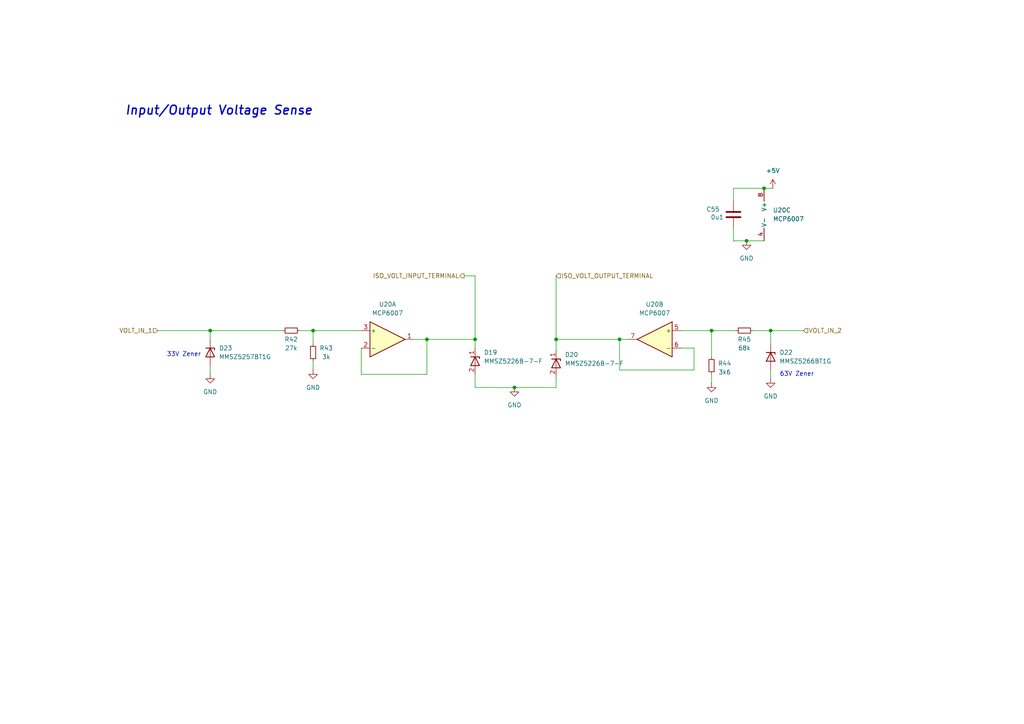
<source format=kicad_sch>
(kicad_sch (version 20231120) (generator "eeschema") (generator_version "8.0")
  (paper "A4")
  (title_block (title "Input/Output") (rev "V1") (company "EcoCar") (comment 1 "Designed by: Nicholas semmens, Zeeshan Haque"))
  (lib_symbols
    (symbol "Device:C" (pin_numbers hide) (pin_names (offset 0.254))
      (property "Reference" "C" (at 0.635 2.54 0))
      (property "Value" "C" (at 0.635 -2.54 0))
      (symbol "C_0_1"
        (polyline (pts (xy -2.032 -0.762) (xy 2.032 -0.762)) (stroke (width 0.508)))
        (polyline (pts (xy -2.032 0.762) (xy 2.032 0.762)) (stroke (width 0.508)))
      )
      (symbol "C_1_1"
        (pin passive line (at 0 3.81 270) (length 2.794) (name "~") (number "1"))
        (pin passive line (at 0 -3.81 90) (length 2.794) (name "~") (number "2"))
      )
    )
    (symbol "Device:D_Zener" (pin_numbers hide) (pin_names (offset 1.016) hide)
      (property "Reference" "D" (at 0 2.54 0))
      (property "Value" "D_Zener" (at 0 -2.54 0))
      (symbol "D_Zener_0_1"
        (polyline (pts (xy 1.27 0) (xy -1.27 0)))
        (polyline (pts (xy -1.27 -1.27) (xy -1.27 1.27) (xy -0.762 1.27)) (stroke (width 0.254)))
        (polyline (pts (xy 1.27 -1.27) (xy 1.27 1.27) (xy -1.27 0) (xy 1.27 -1.27)) (stroke (width 0.254)))
      )
      (symbol "D_Zener_1_1"
        (pin passive line (at -3.81 0 0) (length 2.54) (name "K") (number "1"))
        (pin passive line (at 3.81 0 180) (length 2.54) (name "A") (number "2"))
      )
    )
    (symbol "Device:R_Small" (pin_numbers hide) (pin_names (offset 0.254) hide)
      (property "Reference" "R" (at 0.762 0.508 0))
      (property "Value" "R_Small" (at 0.762 -1.016 0))
      (symbol "R_Small_0_1"
        (rectangle (start -0.762 1.778) (end 0.762 -1.778) (stroke (width 0.2032)))
      )
      (symbol "R_Small_1_1"
        (pin passive line (at 0 2.54 270) (length 0.762) (name "~") (number "1"))
        (pin passive line (at 0 -2.54 90) (length 0.762) (name "~") (number "2"))
      )
    )
    (symbol "ecocad_lib_symbols:MCP6007" (pin_names (offset 0.127))
      (property "Reference" "U" (at 0 5.08 0))
      (property "Value" "MCP6007" (at 0 -5.08 0))
      (symbol "MCP6007_1_1"
        (polyline (pts (xy -5.08 5.08) (xy 5.08 0) (xy -5.08 -5.08) (xy -5.08 5.08)) (stroke (width 0.254)) (fill (type background)))
        (pin output line (at 7.62 0 180) (length 2.54) (name "~") (number "1"))
        (pin input line (at -7.62 -2.54 0) (length 2.54) (name "-") (number "2"))
        (pin input line (at -7.62 2.54 0) (length 2.54) (name "+") (number "3"))
      )
      (symbol "MCP6007_2_1"
        (polyline (pts (xy -5.08 5.08) (xy 5.08 0) (xy -5.08 -5.08) (xy -5.08 5.08)) (stroke (width 0.254)) (fill (type background)))
        (pin input line (at -7.62 2.54 0) (length 2.54) (name "+") (number "5"))
        (pin input line (at -7.62 -2.54 0) (length 2.54) (name "-") (number "6"))
        (pin output line (at 7.62 0 180) (length 2.54) (name "~") (number "7"))
      )
      (symbol "MCP6007_3_1"
        (pin power_in line (at -2.54 -7.62 90) (length 3.81) (name "V-") (number "4"))
        (pin power_in line (at -2.54 7.62 270) (length 3.81) (name "V+") (number "8"))
      )
    )
    (symbol "ecocad_lib_symbols:MMSZ5226B-7-F"
      (property "Reference" "D" (at 0 3.81 0))
      (property "Value" "MMSZ5226B-7-F" (at 0 0 0))
      (property "Part#" "C155250" (at 0 0 0))
      (symbol "MMSZ5226B-7-F_0_1"
        (polyline (pts (xy 1.27 0) (xy -1.27 0)))
        (polyline (pts (xy -1.27 -1.27) (xy -1.27 1.27) (xy -0.762 1.27)) (stroke (width 0.254)))
        (polyline (pts (xy 1.27 -1.27) (xy 1.27 1.27) (xy -1.27 0) (xy 1.27 -1.27)) (stroke (width 0.254)))
      )
      (symbol "MMSZ5226B-7-F_1_1"
        (pin passive line (at -3.81 0 0) (length 2.54) (name "") (number "1"))
        (pin passive line (at 3.81 0 180) (length 2.54) (name "") (number "2"))
      )
    )
    (symbol "power:+5V" (power) (pin_numbers hide) (pin_names (offset 0) hide)
      (property "Value" "+5V" (at 0 3.556 0))
      (symbol "+5V_0_1"
        (polyline (pts (xy -0.762 1.27) (xy 0 2.54)))
        (polyline (pts (xy 0 0) (xy 0 2.54)))
        (polyline (pts (xy 0 2.54) (xy 0.762 1.27)))
      )
      (symbol "+5V_1_1"
        (pin power_in line (at 0 0 90) (length 0) (name "~") (number "1"))
      )
    )
    (symbol "power:GND" (power) (pin_numbers hide) (pin_names (offset 0) hide)
      (property "Value" "GND" (at 0 -3.81 0))
      (symbol "GND_0_1"
        (polyline (pts (xy 0 0) (xy 0 -1.27) (xy 1.27 -1.27) (xy 0 -2.54) (xy -1.27 -1.27) (xy 0 -1.27)))
      )
      (symbol "GND_1_1"
        (pin power_in line (at 0 0 270) (length 0) (name "~") (number "1"))
      )
    )
  )
  (junction (at 123.825 98.425))
  (junction (at 90.805 95.885))
  (junction (at 221.615 54.61))
  (junction (at 216.535 69.85))
  (junction (at 161.29 98.425))
  (junction (at 179.705 98.425))
  (junction (at 137.795 98.425))
  (junction (at 223.52 95.885))
  (junction (at 60.96 95.885))
  (junction (at 206.375 95.885))
  (junction (at 149.225 112.395))
  (wire (pts (xy 120.015 98.425) (xy 123.825 98.425)))
  (wire (pts (xy 206.375 95.885) (xy 206.375 103.505)))
  (wire (pts (xy 161.29 109.22) (xy 161.29 112.395)))
  (wire (pts (xy 45.72 95.885) (xy 60.96 95.885)))
  (wire (pts (xy 201.295 100.965) (xy 201.295 107.315)))
  (wire (pts (xy 161.29 98.425) (xy 161.29 101.6)))
  (wire (pts (xy 123.825 108.585) (xy 123.825 98.425)))
  (wire (pts (xy 212.725 69.85) (xy 216.535 69.85)))
  (wire (pts (xy 161.29 80.01) (xy 161.29 98.425)))
  (wire (pts (xy 137.795 112.395) (xy 149.225 112.395)))
  (wire (pts (xy 161.29 112.395) (xy 149.225 112.395)))
  (wire (pts (xy 221.615 54.61) (xy 224.155 54.61)))
  (wire (pts (xy 182.245 98.425) (xy 179.705 98.425)))
  (wire (pts (xy 223.52 107.315) (xy 223.52 109.855)))
  (wire (pts (xy 216.535 69.85) (xy 221.615 69.85)))
  (wire (pts (xy 123.825 98.425) (xy 137.795 98.425)))
  (wire (pts (xy 60.96 106.045) (xy 60.96 108.585)))
  (wire (pts (xy 197.485 95.885) (xy 206.375 95.885)))
  (wire (pts (xy 197.485 100.965) (xy 201.295 100.965)))
  (wire (pts (xy 90.805 95.885) (xy 90.805 99.695)))
  (wire (pts (xy 212.725 54.61) (xy 221.615 54.61)))
  (wire (pts (xy 161.29 98.425) (xy 179.705 98.425)))
  (wire (pts (xy 137.795 80.01) (xy 137.795 98.425)))
  (wire (pts (xy 60.96 95.885) (xy 81.915 95.885)))
  (wire (pts (xy 90.805 95.885) (xy 104.775 95.885)))
  (wire (pts (xy 137.795 80.01) (xy 134.62 80.01)))
  (wire (pts (xy 213.36 95.885) (xy 206.375 95.885)))
  (wire (pts (xy 223.52 95.885) (xy 233.045 95.885)))
  (wire (pts (xy 212.725 66.04) (xy 212.725 69.85)))
  (wire (pts (xy 104.775 108.585) (xy 123.825 108.585)))
  (wire (pts (xy 201.295 107.315) (xy 179.705 107.315)))
  (wire (pts (xy 212.725 58.42) (xy 212.725 54.61)))
  (wire (pts (xy 90.805 107.315) (xy 90.805 104.775)))
  (wire (pts (xy 60.96 95.885) (xy 60.96 98.425)))
  (wire (pts (xy 218.44 95.885) (xy 223.52 95.885)))
  (wire (pts (xy 104.775 100.965) (xy 104.775 108.585)))
  (wire (pts (xy 137.795 108.585) (xy 137.795 112.395)))
  (wire (pts (xy 86.995 95.885) (xy 90.805 95.885)))
  (wire (pts (xy 137.795 98.425) (xy 137.795 100.965)))
  (wire (pts (xy 223.52 95.885) (xy 223.52 99.695)))
  (wire (pts (xy 179.705 98.425) (xy 179.705 107.315)))
  (wire (pts (xy 206.375 111.125) (xy 206.375 108.585)))
  (text "33V Zener\n" (at 53.34 102.87 0) (effects (font (size 1.27 1.27))))
  (text "Input/Output Voltage Sense\n" (at 36.195 33.655 0) (effects (font (size 2.5588 2.5588) (thickness 0.4) (bold yes) (italic yes)) (justify left bottom)))
  (text "63V Zener\n" (at 231.14 108.585 0) (effects (font (size 1.27 1.27))))
  (hierarchical_label "ISO_VOLT_OUTPUT_TERMINAL" (shape input) (at 161.29 80.01 0))
  (hierarchical_label "ISO_VOLT_INPUT_TERMINAL" (shape output) (at 134.62 80.01 180))
  (hierarchical_label "VOLT_IN_2" (shape input) (at 233.045 95.885 0))
  (hierarchical_label "VOLT_IN_1" (shape input) (at 45.72 95.885 180))
  (symbol (lib_id "power:GND") (at 60.96 108.585 0) (unit 1)
    (property "Reference" "#PWR073" (effects (hide yes)))
    (property "Value" "GND" (at 60.96 113.665 0))
    (property "Description" "Power symbol creates a global label with name \"GND\" , ground" (effects (hide yes)))
  )
  (symbol (lib_id "ecocad_lib_symbols:MMSZ5226B-7-F") (at 161.29 105.41 270) (unit 1)
    (property "Reference" "D20" (at 163.83 102.8699 90) (effects (justify left)))
    (property "Value" "MMSZ5226B-7-F" (at 163.83 105.4099 90) (effects (justify left)))
    (property "Footprint" "ecocad_lib_footprints:D_SOD_123_M" (effects (hide yes)))
    (property "Datasheet" "https://www.diodes.com/assets/Datasheets/ds18010.pdf" (effects (hide yes)))
    (property "Part#" "C155250" (effects (hide yes)))
  )
  (symbol (lib_id "power:GND") (at 149.225 112.395 0) (unit 1)
    (property "Reference" "#PWR058" (effects (hide yes)))
    (property "Value" "GND" (at 149.225 117.475 0))
    (property "Description" "Power symbol creates a global label with name \"GND\" , ground" (effects (hide yes)))
  )
  (symbol (lib_id "Device:R_Small") (at 206.375 106.045 0) (unit 1)
    (property "Reference" "R44" (at 210.185 105.41 0))
    (property "Value" "3k6" (at 210.185 107.95 0))
    (property "Footprint" "Resistor_SMD:R_0603_1608Metric" (effects (hide yes)))
    (property "Datasheet" "YAG4202TR-ND" (effects (hide yes)))
    (property "DK Part#" "YAG4202TR-ND" (effects (hide yes)))
  )
  (symbol (lib_id "Device:R_Small") (at 84.455 95.885 270) (mirror x) (unit 1)
    (property "Reference" "R42" (at 84.455 98.425 90))
    (property "Value" "27k" (at 84.455 100.965 90))
    (property "Footprint" "Resistor_SMD:R_0603_1608Metric" (effects (hide yes)))
    (property "Datasheet" "https://www.yageo.com/upload/media/product/products/datasheet/rchip/PYu-RC_Group_51_RoHS_L_12.pdf" (effects (hide yes)))
    (property "DK Part#" "311-100KLRTR-ND" (effects (hide yes)))
  )
  (symbol (lib_id "Device:R_Small") (at 90.805 102.235 0) (mirror y) (unit 1)
    (property "Reference" "R43" (at 94.615 100.965 0))
    (property "Value" "3k" (at 94.615 103.505 0))
    (property "Footprint" "Resistor_SMD:R_0603_1608Metric" (effects (hide yes)))
    (property "Datasheet" "https://datasheet.lcsc.com/lcsc/2206010045_UNI-ROYAL-Uniroyal-Elec-0603WAF2003T5E_C25811.pdf" (effects (hide yes)))
    (property "Part#" "C25811" (effects (hide yes)))
  )
  (symbol (lib_id "power:+5V") (at 224.155 54.61 0) (unit 1)
    (property "Reference" "#PWR071" (effects (hide yes)))
    (property "Value" "+5V" (at 224.155 49.53 0))
    (property "Description" "Power symbol creates a global label with name \"+5V\"" (effects (hide yes)))
  )
  (symbol (lib_id "power:GND") (at 90.805 107.315 0) (unit 1)
    (property "Reference" "#PWR057" (effects (hide yes)))
    (property "Value" "GND" (at 90.805 112.395 0))
    (property "Description" "Power symbol creates a global label with name \"GND\" , ground" (effects (hide yes)))
  )
  (symbol (lib_id "ecocad_lib_symbols:MCP6007") (at 189.865 98.425 0) (mirror y) (unit 2)
    (property "Reference" "U20" (at 189.865 88.265 0))
    (property "Value" "MCP6007" (at 189.865 90.805 0))
    (property "Footprint" "Package_SO:SOIC-8_3.9x4.9mm_P1.27mm" (effects (hide yes)))
    (property "Datasheet" "https://ww1.microchip.com/downloads/aemDocuments/documents/APID/ProductDocuments/DataSheets/MCP6006-6R-6U-7-9-Data-Sheet-20006411B.pdf" (effects (hide yes)))
    (property "Description" "Dual Operational Amplifiers, DIP-8/SOIC-8/TSSOP-8/VSSOP-8" (effects (hide yes)))
  )
  (symbol (lib_id "Device:C") (at 212.725 62.23 0) (unit 1)
    (property "Reference" "C55" (at 204.851 60.706 0) (effects (justify left)))
    (property "Value" "0u1" (at 206.121 62.992 0) (effects (justify left)))
    (property "Footprint" "Capacitor_SMD:C_0603_1608Metric" (effects (hide yes)))
    (property "Description" "Unpolarized capacitor" (effects (hide yes)))
  )
  (symbol (lib_id "ecocad_lib_symbols:MCP6007") (at 112.395 98.425 0) (unit 1)
    (property "Reference" "U20" (at 112.395 88.265 0))
    (property "Value" "MCP6007" (at 112.395 90.805 0))
    (property "Footprint" "Package_SO:SOIC-8_3.9x4.9mm_P1.27mm" (effects (hide yes)))
    (property "Datasheet" "https://ww1.microchip.com/downloads/aemDocuments/documents/APID/ProductDocuments/DataSheets/MCP6006-6R-6U-7-9-Data-Sheet-20006411B.pdf" (effects (hide yes)))
    (property "Description" "Dual Operational Amplifiers, DIP-8/SOIC-8/TSSOP-8/VSSOP-8" (effects (hide yes)))
  )
  (symbol (lib_id "power:GND") (at 216.535 69.85 0) (unit 1)
    (property "Reference" "#PWR062" (effects (hide yes)))
    (property "Value" "GND" (at 216.535 74.93 0))
    (property "Description" "Power symbol creates a global label with name \"GND\" , ground" (effects (hide yes)))
  )
  (symbol (lib_id "power:GND") (at 223.52 109.855 0) (unit 1)
    (property "Reference" "#PWR074" (effects (hide yes)))
    (property "Value" "GND" (at 223.52 114.935 0))
    (property "Description" "Power symbol creates a global label with name \"GND\" , ground" (effects (hide yes)))
  )
  (symbol (lib_id "Device:D_Zener") (at 223.52 103.505 270) (unit 1)
    (property "Reference" "D22" (at 226.06 102.2349 90) (effects (justify left)))
    (property "Value" "MMSZ5266BT1G" (at 226.06 104.7749 90) (effects (justify left)))
    (property "Footprint" "Diode_SMD:D_SOD-123" (effects (hide yes)))
    (property "Datasheet" "https://www.onsemi.com/pdf/datasheet/mmsz5221bt1-d.pdf" (effects (hide yes)))
    (property "Description" "Zener diode" (effects (hide yes)))
  )
  (symbol (lib_id "Device:R_Small") (at 215.9 95.885 270) (mirror x) (unit 1)
    (property "Reference" "R45" (at 215.9 98.425 90))
    (property "Value" "68k" (at 215.9 100.965 90))
    (property "Footprint" "Resistor_SMD:R_0603_1608Metric" (effects (hide yes)))
    (property "Datasheet" "https://www.yageo.com/upload/media/product/products/datasheet/rchip/PYu-RC_Group_51_RoHS_L_12.pdf" (effects (hide yes)))
    (property "DK Part#" "311-100KLRTR-ND" (effects (hide yes)))
  )
  (symbol (lib_id "power:GND") (at 206.375 111.125 0) (unit 1)
    (property "Reference" "#PWR072" (effects (hide yes)))
    (property "Value" "GND" (at 206.375 116.205 0))
    (property "Description" "Power symbol creates a global label with name \"GND\" , ground" (effects (hide yes)))
  )
  (symbol (lib_id "ecocad_lib_symbols:MMSZ5226B-7-F") (at 137.795 104.775 270) (unit 1)
    (property "Reference" "D19" (at 140.335 102.2349 90) (effects (justify left)))
    (property "Value" "MMSZ5226B-7-F" (at 140.335 104.7749 90) (effects (justify left)))
    (property "Footprint" "ecocad_lib_footprints:D_SOD_123_M" (effects (hide yes)))
    (property "Datasheet" "https://www.diodes.com/assets/Datasheets/ds18010.pdf" (effects (hide yes)))
    (property "Part#" "C155250" (effects (hide yes)))
  )
  (symbol (lib_id "ecocad_lib_symbols:MCP6007") (at 224.155 62.23 0) (unit 3)
    (property "Reference" "U20" (at 224.155 60.9599 0) (effects (justify left)))
    (property "Value" "MCP6007" (at 224.155 63.4999 0) (effects (justify left)))
    (property "Footprint" "Package_SO:SOIC-8_3.9x4.9mm_P1.27mm" (effects (hide yes)))
    (property "Datasheet" "https://ww1.microchip.com/downloads/aemDocuments/documents/APID/ProductDocuments/DataSheets/MCP6006-6R-6U-7-9-Data-Sheet-20006411B.pdf" (effects (hide yes)))
    (property "Description" "Dual Operational Amplifiers, DIP-8/SOIC-8/TSSOP-8/VSSOP-8" (effects (hide yes)))
  )
  (symbol (lib_id "Device:D_Zener") (at 60.96 102.235 270) (unit 1)
    (property "Reference" "D23" (at 63.5 100.9649 90) (effects (justify left)))
    (property "Value" "MMSZ5257BT1G" (at 63.5 103.5049 90) (effects (justify left)))
    (property "Footprint" "Diode_SMD:D_SOD-123" (effects (hide yes)))
    (property "Datasheet" "https://www.onsemi.com/pdf/datasheet/mmsz5221bt1-d.pdf" (effects (hide yes)))
    (property "Description" "Zener diode" (effects (hide yes)))
  )
)
</source>
